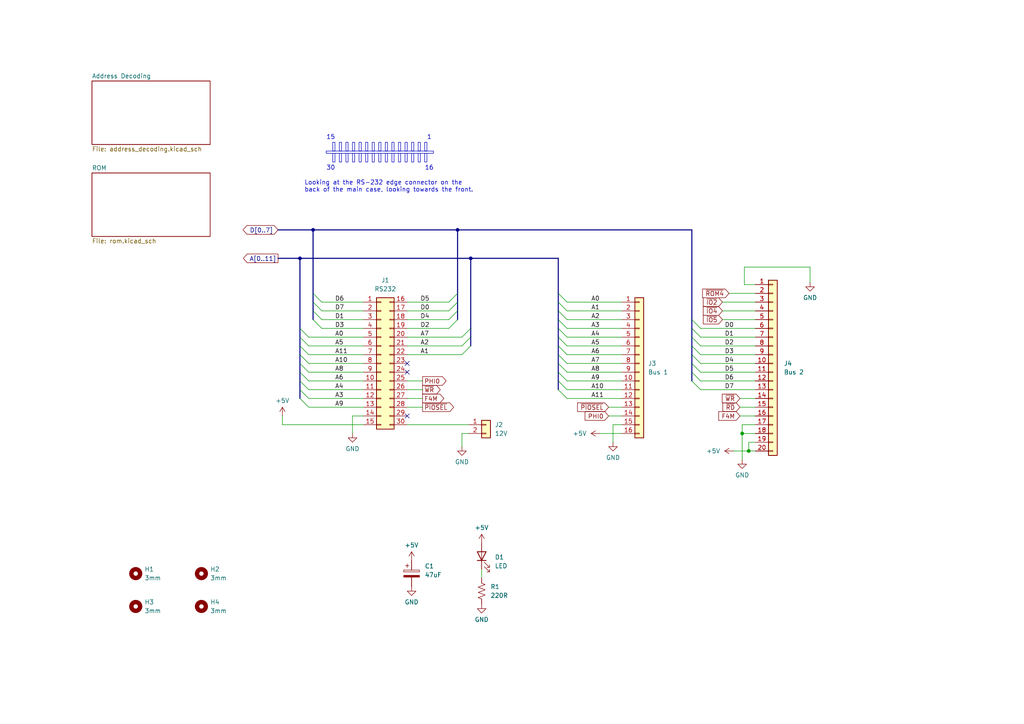
<source format=kicad_sch>
(kicad_sch (version 20230121) (generator eeschema)
  (paper "A4")
  (lib_symbols
    (symbol "Connector_Generic:Conn_01x02" (pin_names (offset 1.016) hide)
      (property "Reference" "J" (at 0 2.54 0))
      (property "Value" "Conn_01x02" (at 0 -5.08 0))
      (symbol "Conn_01x02_1_1"
        (rectangle (start -1.27 -2.413) (end 0 -2.667) (stroke (width 0.1524)))
        (rectangle (start -1.27 0.127) (end 0 -0.127) (stroke (width 0.1524)))
        (rectangle (start -1.27 1.27) (end 1.27 -3.81) (stroke (width 0.254)) (fill (type background)))
        (pin passive line (at -5.08 0 0) (length 3.81) (name "Pin_1") (number "1"))
        (pin passive line (at -5.08 -2.54 0) (length 3.81) (name "Pin_2") (number "2"))
      )
    )
    (symbol "Connector_Generic:Conn_01x16" (pin_names (offset 1.016) hide)
      (property "Reference" "J" (at 0 20.32 0))
      (property "Value" "Conn_01x16" (at 0 -22.86 0))
      (symbol "Conn_01x16_1_1"
        (rectangle (start -1.27 -20.193) (end 0 -20.447) (stroke (width 0.1524)))
        (rectangle (start -1.27 -17.653) (end 0 -17.907) (stroke (width 0.1524)))
        (rectangle (start -1.27 -15.113) (end 0 -15.367) (stroke (width 0.1524)))
        (rectangle (start -1.27 -12.573) (end 0 -12.827) (stroke (width 0.1524)))
        (rectangle (start -1.27 -10.033) (end 0 -10.287) (stroke (width 0.1524)))
        (rectangle (start -1.27 -7.493) (end 0 -7.747) (stroke (width 0.1524)))
        (rectangle (start -1.27 -4.953) (end 0 -5.207) (stroke (width 0.1524)))
        (rectangle (start -1.27 -2.413) (end 0 -2.667) (stroke (width 0.1524)))
        (rectangle (start -1.27 0.127) (end 0 -0.127) (stroke (width 0.1524)))
        (rectangle (start -1.27 2.667) (end 0 2.413) (stroke (width 0.1524)))
        (rectangle (start -1.27 5.207) (end 0 4.953) (stroke (width 0.1524)))
        (rectangle (start -1.27 7.747) (end 0 7.493) (stroke (width 0.1524)))
        (rectangle (start -1.27 10.287) (end 0 10.033) (stroke (width 0.1524)))
        (rectangle (start -1.27 12.827) (end 0 12.573) (stroke (width 0.1524)))
        (rectangle (start -1.27 15.367) (end 0 15.113) (stroke (width 0.1524)))
        (rectangle (start -1.27 17.907) (end 0 17.653) (stroke (width 0.1524)))
        (rectangle (start -1.27 19.05) (end 1.27 -21.59) (stroke (width 0.254)) (fill (type background)))
        (pin passive line (at -5.08 17.78 0) (length 3.81) (name "Pin_1") (number "1"))
        (pin passive line (at -5.08 -5.08 0) (length 3.81) (name "Pin_10") (number "10"))
        (pin passive line (at -5.08 -7.62 0) (length 3.81) (name "Pin_11") (number "11"))
        (pin passive line (at -5.08 -10.16 0) (length 3.81) (name "Pin_12") (number "12"))
        (pin passive line (at -5.08 -12.7 0) (length 3.81) (name "Pin_13") (number "13"))
        (pin passive line (at -5.08 -15.24 0) (length 3.81) (name "Pin_14") (number "14"))
        (pin passive line (at -5.08 -17.78 0) (length 3.81) (name "Pin_15") (number "15"))
        (pin passive line (at -5.08 -20.32 0) (length 3.81) (name "Pin_16") (number "16"))
        (pin passive line (at -5.08 15.24 0) (length 3.81) (name "Pin_2") (number "2"))
        (pin passive line (at -5.08 12.7 0) (length 3.81) (name "Pin_3") (number "3"))
        (pin passive line (at -5.08 10.16 0) (length 3.81) (name "Pin_4") (number "4"))
        (pin passive line (at -5.08 7.62 0) (length 3.81) (name "Pin_5") (number "5"))
        (pin passive line (at -5.08 5.08 0) (length 3.81) (name "Pin_6") (number "6"))
        (pin passive line (at -5.08 2.54 0) (length 3.81) (name "Pin_7") (number "7"))
        (pin passive line (at -5.08 0 0) (length 3.81) (name "Pin_8") (number "8"))
        (pin passive line (at -5.08 -2.54 0) (length 3.81) (name "Pin_9") (number "9"))
      )
    )
    (symbol "Connector_Generic:Conn_01x20" (pin_names (offset 1.016) hide)
      (property "Reference" "J" (at 0 25.4 0))
      (property "Value" "Conn_01x20" (at 0 -27.94 0))
      (symbol "Conn_01x20_1_1"
        (rectangle (start -1.27 -25.273) (end 0 -25.527) (stroke (width 0.1524)))
        (rectangle (start -1.27 -22.733) (end 0 -22.987) (stroke (width 0.1524)))
        (rectangle (start -1.27 -20.193) (end 0 -20.447) (stroke (width 0.1524)))
        (rectangle (start -1.27 -17.653) (end 0 -17.907) (stroke (width 0.1524)))
        (rectangle (start -1.27 -15.113) (end 0 -15.367) (stroke (width 0.1524)))
        (rectangle (start -1.27 -12.573) (end 0 -12.827) (stroke (width 0.1524)))
        (rectangle (start -1.27 -10.033) (end 0 -10.287) (stroke (width 0.1524)))
        (rectangle (start -1.27 -7.493) (end 0 -7.747) (stroke (width 0.1524)))
        (rectangle (start -1.27 -4.953) (end 0 -5.207) (stroke (width 0.1524)))
        (rectangle (start -1.27 -2.413) (end 0 -2.667) (stroke (width 0.1524)))
        (rectangle (start -1.27 0.127) (end 0 -0.127) (stroke (width 0.1524)))
        (rectangle (start -1.27 2.667) (end 0 2.413) (stroke (width 0.1524)))
        (rectangle (start -1.27 5.207) (end 0 4.953) (stroke (width 0.1524)))
        (rectangle (start -1.27 7.747) (end 0 7.493) (stroke (width 0.1524)))
        (rectangle (start -1.27 10.287) (end 0 10.033) (stroke (width 0.1524)))
        (rectangle (start -1.27 12.827) (end 0 12.573) (stroke (width 0.1524)))
        (rectangle (start -1.27 15.367) (end 0 15.113) (stroke (width 0.1524)))
        (rectangle (start -1.27 17.907) (end 0 17.653) (stroke (width 0.1524)))
        (rectangle (start -1.27 20.447) (end 0 20.193) (stroke (width 0.1524)))
        (rectangle (start -1.27 22.987) (end 0 22.733) (stroke (width 0.1524)))
        (rectangle (start -1.27 24.13) (end 1.27 -26.67) (stroke (width 0.254)) (fill (type background)))
        (pin passive line (at -5.08 22.86 0) (length 3.81) (name "Pin_1") (number "1"))
        (pin passive line (at -5.08 0 0) (length 3.81) (name "Pin_10") (number "10"))
        (pin passive line (at -5.08 -2.54 0) (length 3.81) (name "Pin_11") (number "11"))
        (pin passive line (at -5.08 -5.08 0) (length 3.81) (name "Pin_12") (number "12"))
        (pin passive line (at -5.08 -7.62 0) (length 3.81) (name "Pin_13") (number "13"))
        (pin passive line (at -5.08 -10.16 0) (length 3.81) (name "Pin_14") (number "14"))
        (pin passive line (at -5.08 -12.7 0) (length 3.81) (name "Pin_15") (number "15"))
        (pin passive line (at -5.08 -15.24 0) (length 3.81) (name "Pin_16") (number "16"))
        (pin passive line (at -5.08 -17.78 0) (length 3.81) (name "Pin_17") (number "17"))
        (pin passive line (at -5.08 -20.32 0) (length 3.81) (name "Pin_18") (number "18"))
        (pin passive line (at -5.08 -22.86 0) (length 3.81) (name "Pin_19") (number "19"))
        (pin passive line (at -5.08 20.32 0) (length 3.81) (name "Pin_2") (number "2"))
        (pin passive line (at -5.08 -25.4 0) (length 3.81) (name "Pin_20") (number "20"))
        (pin passive line (at -5.08 17.78 0) (length 3.81) (name "Pin_3") (number "3"))
        (pin passive line (at -5.08 15.24 0) (length 3.81) (name "Pin_4") (number "4"))
        (pin passive line (at -5.08 12.7 0) (length 3.81) (name "Pin_5") (number "5"))
        (pin passive line (at -5.08 10.16 0) (length 3.81) (name "Pin_6") (number "6"))
        (pin passive line (at -5.08 7.62 0) (length 3.81) (name "Pin_7") (number "7"))
        (pin passive line (at -5.08 5.08 0) (length 3.81) (name "Pin_8") (number "8"))
        (pin passive line (at -5.08 2.54 0) (length 3.81) (name "Pin_9") (number "9"))
      )
    )
    (symbol "Connector_Generic:Conn_02x15_Top_Bottom" (pin_names (offset 1.016) hide)
      (property "Reference" "J" (at 1.27 20.32 0))
      (property "Value" "Conn_02x15_Top_Bottom" (at 1.27 -20.32 0))
      (symbol "Conn_02x15_Top_Bottom_1_1"
        (rectangle (start -1.27 -17.653) (end 0 -17.907) (stroke (width 0.1524)))
        (rectangle (start -1.27 -15.113) (end 0 -15.367) (stroke (width 0.1524)))
        (rectangle (start -1.27 -12.573) (end 0 -12.827) (stroke (width 0.1524)))
        (rectangle (start -1.27 -10.033) (end 0 -10.287) (stroke (width 0.1524)))
        (rectangle (start -1.27 -7.493) (end 0 -7.747) (stroke (width 0.1524)))
        (rectangle (start -1.27 -4.953) (end 0 -5.207) (stroke (width 0.1524)))
        (rectangle (start -1.27 -2.413) (end 0 -2.667) (stroke (width 0.1524)))
        (rectangle (start -1.27 0.127) (end 0 -0.127) (stroke (width 0.1524)))
        (rectangle (start -1.27 2.667) (end 0 2.413) (stroke (width 0.1524)))
        (rectangle (start -1.27 5.207) (end 0 4.953) (stroke (width 0.1524)))
        (rectangle (start -1.27 7.747) (end 0 7.493) (stroke (width 0.1524)))
        (rectangle (start -1.27 10.287) (end 0 10.033) (stroke (width 0.1524)))
        (rectangle (start -1.27 12.827) (end 0 12.573) (stroke (width 0.1524)))
        (rectangle (start -1.27 15.367) (end 0 15.113) (stroke (width 0.1524)))
        (rectangle (start -1.27 17.907) (end 0 17.653) (stroke (width 0.1524)))
        (rectangle (start -1.27 19.05) (end 3.81 -19.05) (stroke (width 0.254)) (fill (type background)))
        (rectangle (start 3.81 -17.653) (end 2.54 -17.907) (stroke (width 0.1524)))
        (rectangle (start 3.81 -15.113) (end 2.54 -15.367) (stroke (width 0.1524)))
        (rectangle (start 3.81 -12.573) (end 2.54 -12.827) (stroke (width 0.1524)))
        (rectangle (start 3.81 -10.033) (end 2.54 -10.287) (stroke (width 0.1524)))
        (rectangle (start 3.81 -7.493) (end 2.54 -7.747) (stroke (width 0.1524)))
        (rectangle (start 3.81 -4.953) (end 2.54 -5.207) (stroke (width 0.1524)))
        (rectangle (start 3.81 -2.413) (end 2.54 -2.667) (stroke (width 0.1524)))
        (rectangle (start 3.81 0.127) (end 2.54 -0.127) (stroke (width 0.1524)))
        (rectangle (start 3.81 2.667) (end 2.54 2.413) (stroke (width 0.1524)))
        (rectangle (start 3.81 5.207) (end 2.54 4.953) (stroke (width 0.1524)))
        (rectangle (start 3.81 7.747) (end 2.54 7.493) (stroke (width 0.1524)))
        (rectangle (start 3.81 10.287) (end 2.54 10.033) (stroke (width 0.1524)))
        (rectangle (start 3.81 12.827) (end 2.54 12.573) (stroke (width 0.1524)))
        (rectangle (start 3.81 15.367) (end 2.54 15.113) (stroke (width 0.1524)))
        (rectangle (start 3.81 17.907) (end 2.54 17.653) (stroke (width 0.1524)))
        (pin passive line (at -5.08 17.78 0) (length 3.81) (name "Pin_1") (number "1"))
        (pin passive line (at -5.08 -5.08 0) (length 3.81) (name "Pin_10") (number "10"))
        (pin passive line (at -5.08 -7.62 0) (length 3.81) (name "Pin_11") (number "11"))
        (pin passive line (at -5.08 -10.16 0) (length 3.81) (name "Pin_12") (number "12"))
        (pin passive line (at -5.08 -12.7 0) (length 3.81) (name "Pin_13") (number "13"))
        (pin passive line (at -5.08 -15.24 0) (length 3.81) (name "Pin_14") (number "14"))
        (pin passive line (at -5.08 -17.78 0) (length 3.81) (name "Pin_15") (number "15"))
        (pin passive line (at 7.62 17.78 180) (length 3.81) (name "Pin_16") (number "16"))
        (pin passive line (at 7.62 15.24 180) (length 3.81) (name "Pin_17") (number "17"))
        (pin passive line (at 7.62 12.7 180) (length 3.81) (name "Pin_18") (number "18"))
        (pin passive line (at 7.62 10.16 180) (length 3.81) (name "Pin_19") (number "19"))
        (pin passive line (at -5.08 15.24 0) (length 3.81) (name "Pin_2") (number "2"))
        (pin passive line (at 7.62 7.62 180) (length 3.81) (name "Pin_20") (number "20"))
        (pin passive line (at 7.62 5.08 180) (length 3.81) (name "Pin_21") (number "21"))
        (pin passive line (at 7.62 2.54 180) (length 3.81) (name "Pin_22") (number "22"))
        (pin passive line (at 7.62 0 180) (length 3.81) (name "Pin_23") (number "23"))
        (pin passive line (at 7.62 -2.54 180) (length 3.81) (name "Pin_24") (number "24"))
        (pin passive line (at 7.62 -5.08 180) (length 3.81) (name "Pin_25") (number "25"))
        (pin passive line (at 7.62 -7.62 180) (length 3.81) (name "Pin_26") (number "26"))
        (pin passive line (at 7.62 -10.16 180) (length 3.81) (name "Pin_27") (number "27"))
        (pin passive line (at 7.62 -12.7 180) (length 3.81) (name "Pin_28") (number "28"))
        (pin passive line (at 7.62 -15.24 180) (length 3.81) (name "Pin_29") (number "29"))
        (pin passive line (at -5.08 12.7 0) (length 3.81) (name "Pin_3") (number "3"))
        (pin passive line (at 7.62 -17.78 180) (length 3.81) (name "Pin_30") (number "30"))
        (pin passive line (at -5.08 10.16 0) (length 3.81) (name "Pin_4") (number "4"))
        (pin passive line (at -5.08 7.62 0) (length 3.81) (name "Pin_5") (number "5"))
        (pin passive line (at -5.08 5.08 0) (length 3.81) (name "Pin_6") (number "6"))
        (pin passive line (at -5.08 2.54 0) (length 3.81) (name "Pin_7") (number "7"))
        (pin passive line (at -5.08 0 0) (length 3.81) (name "Pin_8") (number "8"))
        (pin passive line (at -5.08 -2.54 0) (length 3.81) (name "Pin_9") (number "9"))
      )
    )
    (symbol "Device:C_Polarized" (pin_numbers hide) (pin_names (offset 0.254))
      (property "Reference" "C" (at 0.635 2.54 0))
      (property "Value" "C_Polarized" (at 0.635 -2.54 0))
      (symbol "C_Polarized_0_1"
        (rectangle (start -2.286 0.508) (end 2.286 1.016))
        (polyline (pts (xy -1.778 2.286) (xy -0.762 2.286)))
        (polyline (pts (xy -1.27 2.794) (xy -1.27 1.778)))
        (rectangle (start 2.286 -0.508) (end -2.286 -1.016) (fill (type outline)))
      )
      (symbol "C_Polarized_1_1"
        (pin passive line (at 0 3.81 270) (length 2.794) (name "~") (number "1"))
        (pin passive line (at 0 -3.81 90) (length 2.794) (name "~") (number "2"))
      )
    )
    (symbol "Device:LED" (pin_numbers hide) (pin_names (offset 1.016) hide)
      (property "Reference" "D" (at 0 2.54 0))
      (property "Value" "LED" (at 0 -2.54 0))
      (symbol "LED_0_1"
        (polyline (pts (xy -1.27 -1.27) (xy -1.27 1.27)) (stroke (width 0.254)))
        (polyline (pts (xy -1.27 0) (xy 1.27 0)))
        (polyline (pts (xy 1.27 -1.27) (xy 1.27 1.27) (xy -1.27 0) (xy 1.27 -1.27)) (stroke (width 0.254)))
        (polyline (pts (xy -3.048 -0.762) (xy -4.572 -2.286) (xy -3.81 -2.286) (xy -4.572 -2.286) (xy -4.572 -1.524)))
        (polyline (pts (xy -1.778 -0.762) (xy -3.302 -2.286) (xy -2.54 -2.286) (xy -3.302 -2.286) (xy -3.302 -1.524)))
      )
      (symbol "LED_1_1"
        (pin passive line (at -3.81 0 0) (length 2.54) (name "K") (number "1"))
        (pin passive line (at 3.81 0 180) (length 2.54) (name "A") (number "2"))
      )
    )
    (symbol "Device:R_US" (pin_numbers hide) (pin_names (offset 0))
      (property "Reference" "R" (at 2.54 0 90))
      (property "Value" "R_US" (at -2.54 0 90))
      (symbol "R_US_0_1"
        (polyline (pts (xy 0 -2.286) (xy 0 -2.54)))
        (polyline (pts (xy 0 2.286) (xy 0 2.54)))
        (polyline (pts (xy 0 -0.762) (xy 1.016 -1.143) (xy 0 -1.524) (xy -1.016 -1.905) (xy 0 -2.286)))
        (polyline (pts (xy 0 0.762) (xy 1.016 0.381) (xy 0 0) (xy -1.016 -0.381) (xy 0 -0.762)))
        (polyline (pts (xy 0 2.286) (xy 1.016 1.905) (xy 0 1.524) (xy -1.016 1.143) (xy 0 0.762)))
      )
      (symbol "R_US_1_1"
        (pin passive line (at 0 3.81 270) (length 1.27) (name "~") (number "1"))
        (pin passive line (at 0 -3.81 90) (length 1.27) (name "~") (number "2"))
      )
    )
    (symbol "Mechanical:MountingHole" (pin_names (offset 1.016))
      (property "Reference" "H" (at 0 5.08 0))
      (property "Value" "MountingHole" (at 0 3.175 0))
      (symbol "MountingHole_0_1"
        (circle (center 0 0) (radius 1.27) (stroke (width 1.27)))
      )
    )
    (symbol "power:+5V" (power) (pin_names (offset 0))
      (property "Value" "+5V" (at 0 3.556 0))
      (symbol "+5V_0_1"
        (polyline (pts (xy -0.762 1.27) (xy 0 2.54)))
        (polyline (pts (xy 0 0) (xy 0 2.54)))
        (polyline (pts (xy 0 2.54) (xy 0.762 1.27)))
      )
      (symbol "+5V_1_1"
        (pin power_in line (at 0 0 90) (length 0) hide (name "+5V") (number "1"))
      )
    )
    (symbol "power:GND" (power) (pin_names (offset 0))
      (property "Value" "GND" (at 0 -3.81 0))
      (symbol "GND_0_1"
        (polyline (pts (xy 0 0) (xy 0 -1.27) (xy 1.27 -1.27) (xy 0 -2.54) (xy -1.27 -1.27) (xy 0 -1.27)))
      )
      (symbol "GND_1_1"
        (pin power_in line (at 0 0 270) (length 0) hide (name "GND") (number "1"))
      )
    )
  )
  (junction (at 217.17 130.81))
  (junction (at 132.715 66.675))
  (junction (at 136.525 74.93))
  (junction (at 90.805 66.675))
  (junction (at 215.265 125.73))
  (junction (at 86.995 74.93))
  (no_connect (at 118.11 105.41))
  (no_connect (at 118.11 107.95))
  (no_connect (at 118.11 120.65))
  (bus_entry (at 86.995 97.79) (size 2.54 2.54))
  (bus_entry (at 200.66 95.25) (size 2.54 2.54))
  (bus_entry (at 136.525 97.79) (size -2.54 2.54))
  (bus_entry (at 161.925 87.63) (size 2.54 2.54))
  (bus_entry (at 161.925 102.87) (size 2.54 2.54))
  (bus_entry (at 200.66 107.95) (size 2.54 2.54))
  (bus_entry (at 90.805 92.71) (size 2.54 2.54))
  (bus_entry (at 86.995 113.03) (size 2.54 2.54))
  (bus_entry (at 161.925 97.79) (size 2.54 2.54))
  (bus_entry (at 200.66 102.87) (size 2.54 2.54))
  (bus_entry (at 132.715 90.17) (size -2.54 2.54))
  (bus_entry (at 86.995 107.95) (size 2.54 2.54))
  (bus_entry (at 90.805 87.63) (size 2.54 2.54))
  (bus_entry (at 132.715 87.63) (size -2.54 2.54))
  (bus_entry (at 200.66 100.33) (size 2.54 2.54))
  (bus_entry (at 86.995 100.33) (size 2.54 2.54))
  (bus_entry (at 136.525 100.33) (size -2.54 2.54))
  (bus_entry (at 161.925 113.03) (size 2.54 2.54))
  (bus_entry (at 200.66 97.79) (size 2.54 2.54))
  (bus_entry (at 200.66 110.49) (size 2.54 2.54))
  (bus_entry (at 200.66 105.41) (size 2.54 2.54))
  (bus_entry (at 161.925 85.09) (size 2.54 2.54))
  (bus_entry (at 200.66 92.71) (size 2.54 2.54))
  (bus_entry (at 86.995 105.41) (size 2.54 2.54))
  (bus_entry (at 161.925 107.95) (size 2.54 2.54))
  (bus_entry (at 161.925 100.33) (size 2.54 2.54))
  (bus_entry (at 132.715 92.71) (size -2.54 2.54))
  (bus_entry (at 132.715 85.09) (size -2.54 2.54))
  (bus_entry (at 90.805 85.09) (size 2.54 2.54))
  (bus_entry (at 86.995 95.25) (size 2.54 2.54))
  (bus_entry (at 90.805 90.17) (size 2.54 2.54))
  (bus_entry (at 86.995 115.57) (size 2.54 2.54))
  (bus_entry (at 86.995 102.87) (size 2.54 2.54))
  (bus_entry (at 161.925 110.49) (size 2.54 2.54))
  (bus_entry (at 161.925 92.71) (size 2.54 2.54))
  (bus_entry (at 161.925 90.17) (size 2.54 2.54))
  (bus_entry (at 86.995 110.49) (size 2.54 2.54))
  (bus_entry (at 136.525 95.25) (size -2.54 2.54))
  (bus_entry (at 161.925 95.25) (size 2.54 2.54))
  (bus_entry (at 161.925 105.41) (size 2.54 2.54))
  (wire (pts (xy 89.535 118.11) (xy 105.41 118.11)))
  (wire (pts (xy 81.915 123.19) (xy 81.915 120.65)))
  (wire (pts (xy 93.345 90.17) (xy 105.41 90.17)))
  (wire (pts (xy 211.455 85.09) (xy 219.075 85.09)))
  (wire (pts (xy 176.53 120.65) (xy 180.34 120.65)))
  (bus (pts (xy 86.995 113.03) (xy 86.995 115.57)))
  (wire (pts (xy 130.175 90.17) (xy 118.11 90.17)))
  (wire (pts (xy 164.465 87.63) (xy 180.34 87.63)))
  (wire (pts (xy 203.2 105.41) (xy 219.075 105.41)))
  (bus (pts (xy 161.925 102.87) (xy 161.925 105.41)))
  (bus (pts (xy 90.805 87.63) (xy 90.805 90.17)))
  (wire (pts (xy 214.63 118.11) (xy 219.075 118.11)))
  (wire (pts (xy 102.235 120.65) (xy 102.235 125.73)))
  (bus (pts (xy 200.66 102.87) (xy 200.66 105.41)))
  (wire (pts (xy 164.465 95.25) (xy 180.34 95.25)))
  (bus (pts (xy 200.66 66.675) (xy 132.715 66.675)))
  (wire (pts (xy 93.345 92.71) (xy 105.41 92.71)))
  (wire (pts (xy 89.535 107.95) (xy 105.41 107.95)))
  (bus (pts (xy 136.525 74.93) (xy 161.925 74.93)))
  (wire (pts (xy 215.265 123.19) (xy 215.265 125.73)))
  (bus (pts (xy 161.925 90.17) (xy 161.925 92.71)))
  (wire (pts (xy 209.55 87.63) (xy 219.075 87.63)))
  (wire (pts (xy 214.63 120.65) (xy 219.075 120.65)))
  (wire (pts (xy 133.985 100.33) (xy 118.11 100.33)))
  (bus (pts (xy 200.66 107.95) (xy 200.66 110.49)))
  (wire (pts (xy 164.465 113.03) (xy 180.34 113.03)))
  (bus (pts (xy 161.925 74.93) (xy 161.925 85.09)))
  (wire (pts (xy 133.985 125.73) (xy 133.985 129.54)))
  (bus (pts (xy 136.525 97.79) (xy 136.525 100.33)))
  (wire (pts (xy 164.465 100.33) (xy 180.34 100.33)))
  (wire (pts (xy 105.41 120.65) (xy 102.235 120.65)))
  (wire (pts (xy 130.175 87.63) (xy 118.11 87.63)))
  (wire (pts (xy 203.2 97.79) (xy 219.075 97.79)))
  (wire (pts (xy 164.465 110.49) (xy 180.34 110.49)))
  (wire (pts (xy 93.345 87.63) (xy 105.41 87.63)))
  (wire (pts (xy 214.63 115.57) (xy 219.075 115.57)))
  (bus (pts (xy 161.925 105.41) (xy 161.925 107.95)))
  (wire (pts (xy 177.8 123.19) (xy 180.34 123.19)))
  (wire (pts (xy 203.2 100.33) (xy 219.075 100.33)))
  (bus (pts (xy 86.995 100.33) (xy 86.995 102.87)))
  (bus (pts (xy 161.925 110.49) (xy 161.925 113.03)))
  (wire (pts (xy 139.7 165.1) (xy 139.7 167.64)))
  (bus (pts (xy 86.995 110.49) (xy 86.995 113.03)))
  (wire (pts (xy 135.89 125.73) (xy 133.985 125.73)))
  (wire (pts (xy 215.9 82.55) (xy 219.075 82.55)))
  (wire (pts (xy 164.465 107.95) (xy 180.34 107.95)))
  (wire (pts (xy 219.075 128.27) (xy 217.17 128.27)))
  (bus (pts (xy 200.66 95.25) (xy 200.66 97.79)))
  (bus (pts (xy 90.805 66.675) (xy 90.805 85.09)))
  (bus (pts (xy 86.995 95.25) (xy 86.995 97.79)))
  (wire (pts (xy 130.175 95.25) (xy 118.11 95.25)))
  (wire (pts (xy 203.2 95.25) (xy 219.075 95.25)))
  (bus (pts (xy 132.715 87.63) (xy 132.715 90.17)))
  (wire (pts (xy 89.535 97.79) (xy 105.41 97.79)))
  (bus (pts (xy 86.995 102.87) (xy 86.995 105.41)))
  (wire (pts (xy 203.2 107.95) (xy 219.075 107.95)))
  (wire (pts (xy 173.99 125.73) (xy 180.34 125.73)))
  (wire (pts (xy 89.535 115.57) (xy 105.41 115.57)))
  (bus (pts (xy 136.525 95.25) (xy 136.525 97.79)))
  (wire (pts (xy 209.55 92.71) (xy 219.075 92.71)))
  (bus (pts (xy 132.715 85.09) (xy 132.715 87.63)))
  (wire (pts (xy 89.535 110.49) (xy 105.41 110.49)))
  (bus (pts (xy 161.925 92.71) (xy 161.925 95.25)))
  (bus (pts (xy 86.995 105.41) (xy 86.995 107.95)))
  (bus (pts (xy 161.925 100.33) (xy 161.925 102.87)))
  (wire (pts (xy 93.345 95.25) (xy 105.41 95.25)))
  (bus (pts (xy 200.66 105.41) (xy 200.66 107.95)))
  (wire (pts (xy 217.17 130.81) (xy 219.075 130.81)))
  (wire (pts (xy 217.17 128.27) (xy 217.17 130.81)))
  (wire (pts (xy 215.9 77.47) (xy 234.95 77.47)))
  (wire (pts (xy 176.53 118.11) (xy 180.34 118.11)))
  (bus (pts (xy 80.645 74.93) (xy 86.995 74.93)))
  (wire (pts (xy 118.11 113.03) (xy 122.555 113.03)))
  (wire (pts (xy 234.95 77.47) (xy 234.95 81.915)))
  (wire (pts (xy 130.175 92.71) (xy 118.11 92.71)))
  (wire (pts (xy 89.535 113.03) (xy 105.41 113.03)))
  (wire (pts (xy 133.985 97.79) (xy 118.11 97.79)))
  (wire (pts (xy 118.11 118.11) (xy 122.555 118.11)))
  (bus (pts (xy 90.805 66.675) (xy 132.715 66.675)))
  (wire (pts (xy 203.2 102.87) (xy 219.075 102.87)))
  (bus (pts (xy 200.66 97.79) (xy 200.66 100.33)))
  (wire (pts (xy 89.535 105.41) (xy 105.41 105.41)))
  (wire (pts (xy 118.11 123.19) (xy 135.89 123.19)))
  (wire (pts (xy 212.725 130.81) (xy 217.17 130.81)))
  (wire (pts (xy 215.265 125.73) (xy 215.265 133.35)))
  (bus (pts (xy 90.805 85.09) (xy 90.805 87.63)))
  (wire (pts (xy 164.465 105.41) (xy 180.34 105.41)))
  (wire (pts (xy 215.9 82.55) (xy 215.9 77.47)))
  (wire (pts (xy 164.465 102.87) (xy 180.34 102.87)))
  (wire (pts (xy 164.465 90.17) (xy 180.34 90.17)))
  (wire (pts (xy 89.535 100.33) (xy 105.41 100.33)))
  (bus (pts (xy 161.925 95.25) (xy 161.925 97.79)))
  (wire (pts (xy 164.465 92.71) (xy 180.34 92.71)))
  (bus (pts (xy 90.805 90.17) (xy 90.805 92.71)))
  (bus (pts (xy 161.925 87.63) (xy 161.925 90.17)))
  (bus (pts (xy 161.925 85.09) (xy 161.925 87.63)))
  (wire (pts (xy 203.2 113.03) (xy 219.075 113.03)))
  (bus (pts (xy 200.66 92.71) (xy 200.66 95.25)))
  (bus (pts (xy 132.715 66.675) (xy 132.715 85.09)))
  (bus (pts (xy 86.995 97.79) (xy 86.995 100.33)))
  (wire (pts (xy 215.265 125.73) (xy 219.075 125.73)))
  (wire (pts (xy 215.265 123.19) (xy 219.075 123.19)))
  (bus (pts (xy 132.715 90.17) (xy 132.715 92.71)))
  (wire (pts (xy 89.535 102.87) (xy 105.41 102.87)))
  (bus (pts (xy 200.66 66.675) (xy 200.66 92.71)))
  (bus (pts (xy 86.995 74.93) (xy 86.995 95.25)))
  (bus (pts (xy 86.995 107.95) (xy 86.995 110.49)))
  (wire (pts (xy 164.465 97.79) (xy 180.34 97.79)))
  (wire (pts (xy 164.465 115.57) (xy 180.34 115.57)))
  (bus (pts (xy 161.925 97.79) (xy 161.925 100.33)))
  (wire (pts (xy 177.8 128.27) (xy 177.8 123.19)))
  (wire (pts (xy 81.915 123.19) (xy 105.41 123.19)))
  (bus (pts (xy 80.645 66.675) (xy 90.805 66.675)))
  (bus (pts (xy 161.925 107.95) (xy 161.925 110.49)))
  (wire (pts (xy 133.985 102.87) (xy 118.11 102.87)))
  (wire (pts (xy 203.2 110.49) (xy 219.075 110.49)))
  (bus (pts (xy 200.66 100.33) (xy 200.66 102.87)))
  (wire (pts (xy 118.11 115.57) (xy 122.555 115.57)))
  (wire (pts (xy 209.55 90.17) (xy 219.075 90.17)))
  (bus (pts (xy 86.995 74.93) (xy 136.525 74.93)))
  (wire (pts (xy 118.11 110.49) (xy 122.555 110.49)))
  (bus (pts (xy 136.525 74.93) (xy 136.525 95.25)))
  (rectangle (start 96.52 44.45) (end 97.155 46.99))
  (rectangle (start 100.33 41.275) (end 100.965 43.815))
  (rectangle (start 119.38 41.275) (end 120.015 43.815))
  (rectangle (start 102.235 41.275) (end 102.87 43.815))
  (rectangle (start 115.57 41.275) (end 116.205 43.815))
  (rectangle (start 106.045 41.275) (end 106.68 43.815))
  (rectangle (start 111.76 41.275) (end 112.395 43.815))
  (rectangle (start 123.19 41.275) (end 123.825 43.815))
  (rectangle (start 117.475 44.45) (end 118.11 46.99))
  (rectangle (start 111.76 44.45) (end 112.395 46.99))
  (rectangle (start 107.95 41.275) (end 108.585 43.815))
  (rectangle (start 115.57 44.45) (end 116.205 46.99))
  (rectangle (start 100.33 44.45) (end 100.965 46.99))
  (rectangle (start 113.665 44.45) (end 114.3 46.99))
  (rectangle (start 106.045 44.45) (end 106.68 46.99))
  (rectangle (start 123.19 44.45) (end 123.825 46.99))
  (rectangle (start 121.285 44.45) (end 121.92 46.99))
  (rectangle (start 98.425 44.45) (end 99.06 46.99))
  (rectangle (start 104.14 41.275) (end 104.775 43.815))
  (rectangle (start 113.665 41.275) (end 114.3 43.815))
  (rectangle (start 98.425 41.275) (end 99.06 43.815))
  (rectangle (start 94.615 43.815) (end 125.73 44.45))
  (rectangle (start 109.855 44.45) (end 110.49 46.99))
  (rectangle (start 117.475 41.275) (end 118.11 43.815))
  (rectangle (start 107.95 44.45) (end 108.585 46.99))
  (rectangle (start 109.855 41.275) (end 110.49 43.815))
  (rectangle (start 102.235 44.45) (end 102.87 46.99))
  (rectangle (start 96.52 41.275) (end 97.155 43.815))
  (rectangle (start 119.38 44.45) (end 120.015 46.99))
  (rectangle (start 104.14 44.45) (end 104.775 46.99))
  (rectangle (start 121.285 41.275) (end 121.92 43.815))
  (text "16" (at 123.19 49.53 0) (effects (font (size 1.27 1.27)) (justify left bottom)))
  (text "15" (at 94.615 40.64 0) (effects (font (size 1.27 1.27)) (justify left bottom)))
  (text "1" (at 123.825 40.64 0) (effects (font (size 1.27 1.27)) (justify left bottom)))
  (text "30" (at 94.615 49.53 0) (effects (font (size 1.27 1.27)) (justify left bottom)))
  (text "Looking at the RS-232 edge connector on the\nback of the main case, looking towards the front." (at 88.265 55.88 0) (effects (font (size 1.27 1.27)) (justify left bottom)))
  (label "D7" (at 97.155 90.17 0))
  (label "A9" (at 97.155 118.11 0))
  (label "D0" (at 121.92 90.17 0))
  (label "D5" (at 121.92 87.63 0))
  (label "D0" (at 210.185 95.25 0))
  (label "A2" (at 121.92 100.33 0))
  (label "A0" (at 97.155 97.79 0))
  (label "A3" (at 97.155 115.57 0))
  (label "A6" (at 97.155 110.49 0))
  (label "A10" (at 97.155 105.41 0))
  (label "A4" (at 171.45 97.79 0))
  (label "D4" (at 210.185 105.41 0))
  (label "A7" (at 121.92 97.79 0))
  (label "A9" (at 171.45 110.49 0))
  (label "A3" (at 171.45 95.25 0))
  (label "D5" (at 210.185 107.95 0))
  (label "A11" (at 171.45 115.57 0))
  (label "A2" (at 171.45 92.71 0))
  (label "D1" (at 97.155 92.71 0))
  (label "A11" (at 97.155 102.87 0))
  (label "D3" (at 210.185 102.87 0))
  (label "D6" (at 210.185 110.49 0))
  (label "D2" (at 210.185 100.33 0))
  (label "D7" (at 210.185 113.03 0))
  (label "A8" (at 171.45 107.95 0))
  (label "A5" (at 171.45 100.33 0))
  (label "D1" (at 210.185 97.79 0))
  (label "D3" (at 97.155 95.25 0))
  (label "D6" (at 97.155 87.63 0))
  (label "A0" (at 171.45 87.63 0))
  (label "A5" (at 97.155 100.33 0))
  (label "A8" (at 97.155 107.95 0))
  (label "A7" (at 171.45 105.41 0))
  (label "D4" (at 121.92 92.71 0))
  (label "A1" (at 171.45 90.17 0))
  (label "A6" (at 171.45 102.87 0))
  (label "A1" (at 121.92 102.87 0))
  (label "A10" (at 171.45 113.03 0))
  (label "A4" (at 97.155 113.03 0))
  (label "D2" (at 121.92 95.25 0))
  (global_label "D[0..7]" (shape bidirectional) (at 80.645 66.675 180) (property "Intersheetrefs" "${INTERSHEET_REFS}" (effects hide)))
  (global_label "~{IO2}" (shape input) (at 209.55 87.63 180) (property "Intersheetrefs" "${INTERSHEET_REFS}" (effects hide)))
  (global_label "~{WR}" (shape output) (at 122.555 113.03 0) (property "Intersheetrefs" "${INTERSHEET_REFS}" (effects hide)))
  (global_label "~{ROM4}" (shape input) (at 211.455 85.09 180) (property "Intersheetrefs" "${INTERSHEET_REFS}" (effects hide)))
  (global_label "A[0..11]" (shape output) (at 80.645 74.93 180) (property "Intersheetrefs" "${INTERSHEET_REFS}" (effects hide)))
  (global_label "~{PIOSEL}" (shape output) (at 122.555 118.11 0) (property "Intersheetrefs" "${INTERSHEET_REFS}" (effects hide)))
  (global_label "~{WR}" (shape input) (at 214.63 115.57 180) (property "Intersheetrefs" "${INTERSHEET_REFS}" (effects hide)))
  (global_label "PHI0" (shape input) (at 176.53 120.65 180) (property "Intersheetrefs" "${INTERSHEET_REFS}" (effects hide)))
  (global_label "~{PIOSEL}" (shape input) (at 176.53 118.11 180) (property "Intersheetrefs" "${INTERSHEET_REFS}" (effects hide)))
  (global_label "~{RD}" (shape input) (at 214.63 118.11 180) (property "Intersheetrefs" "${INTERSHEET_REFS}" (effects hide)))
  (global_label "PHI0" (shape output) (at 122.555 110.49 0) (property "Intersheetrefs" "${INTERSHEET_REFS}" (effects hide)))
  (global_label "~{IO5}" (shape input) (at 209.55 92.71 180) (property "Intersheetrefs" "${INTERSHEET_REFS}" (effects hide)))
  (global_label "F4M" (shape input) (at 214.63 120.65 180) (property "Intersheetrefs" "${INTERSHEET_REFS}" (effects hide)))
  (global_label "~{IO4}" (shape input) (at 209.55 90.17 180) (property "Intersheetrefs" "${INTERSHEET_REFS}" (effects hide)))
  (global_label "F4M" (shape output) (at 122.555 115.57 0) (property "Intersheetrefs" "${INTERSHEET_REFS}" (effects hide)))
  (symbol (lib_id "Mechanical:MountingHole") (at 39.37 175.895 0) (unit 1)
    (property "Reference" "H3" (at 41.91 174.625 0) (effects (justify left)))
    (property "Value" "3mm" (at 41.91 177.165 0) (effects (justify left)))
    (property "Footprint" "MountingHole:MountingHole_3mm" (effects hide))
  )
  (symbol (lib_id "Device:LED") (at 139.7 161.29 90) (unit 1)
    (property "Reference" "D1" (at 143.51 161.6075 90) (effects (justify right)))
    (property "Value" "LED" (at 143.51 164.1475 90) (effects (justify right)))
    (property "Footprint" "LED_THT:LED_D3.0mm" (effects hide))
  )
  (symbol (lib_id "Device:R_US") (at 139.7 171.45 0) (unit 1)
    (property "Reference" "R1" (at 142.24 170.18 0) (effects (justify left)))
    (property "Value" "220R" (at 142.24 172.72 0) (effects (justify left)))
    (property "Footprint" "Resistor_THT:R_Axial_DIN0207_L6.3mm_D2.5mm_P7.62mm_Horizontal" (effects hide))
  )
  (symbol (lib_id "Mechanical:MountingHole") (at 39.37 166.37 0) (unit 1)
    (property "Reference" "H1" (at 41.91 165.1 0) (effects (justify left)))
    (property "Value" "3mm" (at 41.91 167.64 0) (effects (justify left)))
    (property "Footprint" "MountingHole:MountingHole_3mm" (effects hide))
  )
  (symbol (lib_id "Connector_Generic:Conn_02x15_Top_Bottom") (at 110.49 105.41 0) (unit 1)
    (property "Reference" "J1" (at 111.76 81.28 0))
    (property "Value" "RS232" (at 111.76 83.82 0))
    (property "Footprint" "EdgeConnector:Edge_Connector_30pin" (effects hide))
  )
  (symbol (lib_id "power:+5V") (at 81.915 120.65 0) (unit 1)
    (property "Reference" "#PWR01" (effects hide))
    (property "Value" "+5V" (at 81.915 116.205 0))
  )
  (symbol (lib_id "power:GND") (at 139.7 175.26 0) (unit 1)
    (property "Reference" "#PWR07" (effects hide))
    (property "Value" "GND" (at 139.7 179.705 0))
  )
  (symbol (lib_id "power:GND") (at 102.235 125.73 0) (unit 1)
    (property "Reference" "#PWR02" (effects hide))
    (property "Value" "GND" (at 102.235 130.175 0))
  )
  (symbol (lib_id "power:GND") (at 234.95 81.915 0) (unit 1)
    (property "Reference" "#PWR044" (effects hide))
    (property "Value" "GND" (at 234.95 86.36 0))
  )
  (symbol (lib_id "power:GND") (at 119.38 170.18 0) (unit 1)
    (property "Reference" "#PWR04" (effects hide))
    (property "Value" "GND" (at 119.38 174.625 0))
  )
  (symbol (lib_id "power:+5V") (at 212.725 130.81 90) (unit 1)
    (property "Reference" "#PWR011" (effects hide))
    (property "Value" "+5V" (at 208.915 130.81 90) (effects (justify left)))
  )
  (symbol (lib_id "Connector_Generic:Conn_01x02") (at 140.97 123.19 0) (unit 1)
    (property "Reference" "J2" (at 143.51 123.19 0) (effects (justify left)))
    (property "Value" "12V" (at 143.51 125.73 0) (effects (justify left)))
    (property "Footprint" "Connector_PinHeader_2.54mm:PinHeader_1x02_P2.54mm_Vertical" (effects hide))
  )
  (symbol (lib_id "Connector_Generic:Conn_01x20") (at 224.155 105.41 0) (unit 1)
    (property "Reference" "J4" (at 227.33 105.41 0) (effects (justify left)))
    (property "Value" "Bus 2" (at 227.33 107.95 0) (effects (justify left)))
    (property "Footprint" "Connector_PinSocket_2.54mm:PinSocket_1x20_P2.54mm_Vertical" (effects hide))
  )
  (symbol (lib_id "power:+5V") (at 119.38 162.56 0) (unit 1)
    (property "Reference" "#PWR03" (effects hide))
    (property "Value" "+5V" (at 119.38 158.115 0))
  )
  (symbol (lib_id "Mechanical:MountingHole") (at 58.42 166.37 0) (unit 1)
    (property "Reference" "H2" (at 60.96 165.1 0) (effects (justify left)))
    (property "Value" "3mm" (at 60.96 167.64 0) (effects (justify left)))
    (property "Footprint" "MountingHole:MountingHole_3mm" (effects hide))
  )
  (symbol (lib_id "power:+5V") (at 139.7 157.48 0) (unit 1)
    (property "Reference" "#PWR06" (effects hide))
    (property "Value" "+5V" (at 139.7 153.035 0))
  )
  (symbol (lib_id "power:GND") (at 177.8 128.27 0) (unit 1)
    (property "Reference" "#PWR010" (effects hide))
    (property "Value" "GND" (at 177.8 132.715 0))
  )
  (symbol (lib_id "power:+5V") (at 173.99 125.73 90) (unit 1)
    (property "Reference" "#PWR09" (effects hide))
    (property "Value" "+5V" (at 170.18 125.73 90) (effects (justify left)))
  )
  (symbol (lib_id "Connector_Generic:Conn_01x16") (at 185.42 105.41 0) (unit 1)
    (property "Reference" "J3" (at 187.96 105.41 0) (effects (justify left)))
    (property "Value" "Bus 1" (at 187.96 107.95 0) (effects (justify left)))
    (property "Footprint" "Connector_PinSocket_2.54mm:PinSocket_1x16_P2.54mm_Vertical" (effects hide))
  )
  (symbol (lib_id "Mechanical:MountingHole") (at 58.42 175.895 0) (unit 1)
    (property "Reference" "H4" (at 60.96 174.625 0) (effects (justify left)))
    (property "Value" "3mm" (at 60.96 177.165 0) (effects (justify left)))
    (property "Footprint" "MountingHole:MountingHole_3mm" (effects hide))
  )
  (symbol (lib_id "power:GND") (at 215.265 133.35 0) (unit 1)
    (property "Reference" "#PWR012" (effects hide))
    (property "Value" "GND" (at 215.265 137.795 0))
  )
  (symbol (lib_id "Device:C_Polarized") (at 119.38 166.37 0) (unit 1)
    (property "Reference" "C1" (at 123.19 164.211 0) (effects (justify left)))
    (property "Value" "47uF" (at 123.19 166.751 0) (effects (justify left)))
    (property "Footprint" "Capacitor_THT:CP_Radial_D6.3mm_P2.50mm" (effects hide))
  )
  (symbol (lib_id "power:GND") (at 133.985 129.54 0) (unit 1)
    (property "Reference" "#PWR05" (effects hide))
    (property "Value" "GND" (at 133.985 133.985 0))
  )
  (sheet (at 26.67 23.495) (size 34.29 18.415) (stroke (width 0.1524))
    (property "Sheetname" "Address Decoding" (at 26.67 22.7834 0) (effects (justify left bottom)))
    (property "Sheetfile" "address_decoding.kicad_sch" (at 26.67 42.4946 0) (effects (justify left top)))
  )
  (sheet (at 26.67 50.165) (size 34.29 18.415) (stroke (width 0.1524))
    (property "Sheetname" "ROM" (at 26.67 49.4534 0) (effects (justify left bottom)))
    (property "Sheetfile" "rom.kicad_sch" (at 26.67 69.1646 0) (effects (justify left top)))
  )
)
</source>
